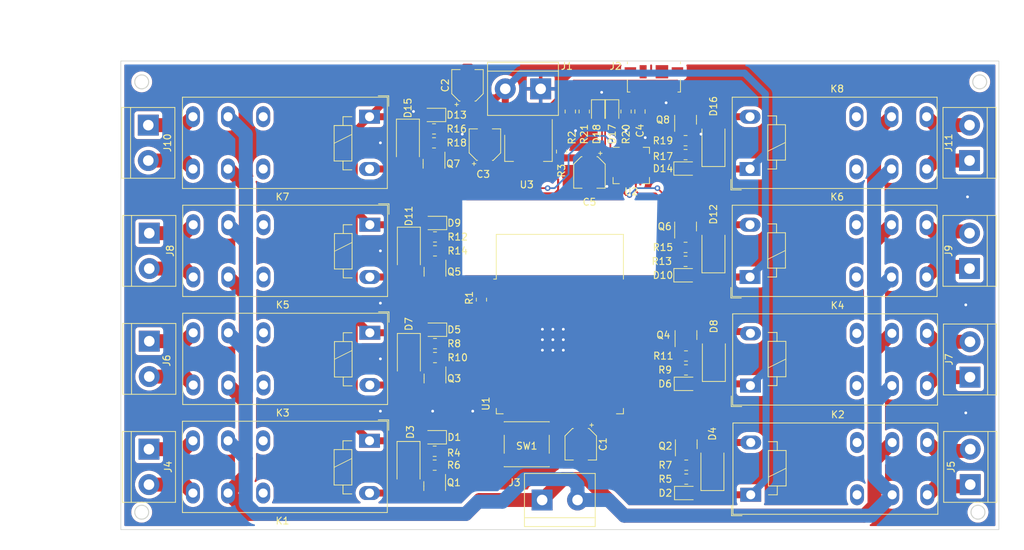
<source format=kicad_pcb>
(kicad_pcb (version 20211014) (generator pcbnew)
  (title_block (title "8 Channel Relay") (date "2022-03-20") (rev "1.0.0") (company "Matthew Nickson") (comment 1 "Licence: CC-BY-SA-4.0"))
  (layers (0 "F.Cu" signal) (31 "B.Cu" signal) (34 "B.Paste" user) (35 "F.Paste" user) (36 "B.SilkS" user "B.Silkscreen") (37 "F.SilkS" user "F.Silkscreen") (38 "B.Mask" user) (39 "F.Mask" user) (44 "Edge.Cuts" user))
  (net 0 "")
  (net 1 "/~{RST}")
  (net 2 "GND")
  (net 3 "+3V3")
  (net 4 "Net-(D1-Pad2)")
  (net 5 "Net-(D2-Pad2)")
  (net 6 "Net-(D3-Pad2)")
  (net 7 "Net-(D4-Pad2)")
  (net 8 "Net-(D5-Pad2)")
  (net 9 "Net-(D6-Pad2)")
  (net 10 "Net-(D7-Pad2)")
  (net 11 "Net-(D8-Pad2)")
  (net 12 "Net-(D9-Pad2)")
  (net 13 "Net-(D10-Pad2)")
  (net 14 "Net-(D11-Pad2)")
  (net 15 "Net-(D12-Pad2)")
  (net 16 "Net-(D13-Pad2)")
  (net 17 "Net-(D14-Pad2)")
  (net 18 "Net-(D15-Pad2)")
  (net 19 "Net-(D16-Pad2)")
  (net 21 "/USB_D-")
  (net 22 "/USB_D+")
  (net 24 "/LINE_B")
  (net 25 "/LINE_A")
  (net 26 "Net-(J4-Pad1)")
  (net 27 "Net-(J4-Pad2)")
  (net 28 "Net-(J5-Pad1)")
  (net 29 "Net-(J5-Pad2)")
  (net 30 "Net-(J6-Pad1)")
  (net 31 "Net-(J6-Pad2)")
  (net 32 "Net-(J7-Pad1)")
  (net 33 "Net-(J7-Pad2)")
  (net 34 "Net-(J8-Pad1)")
  (net 35 "Net-(J8-Pad2)")
  (net 36 "Net-(J9-Pad1)")
  (net 37 "Net-(J9-Pad2)")
  (net 38 "Net-(J10-Pad1)")
  (net 39 "Net-(J10-Pad2)")
  (net 40 "Net-(J11-Pad1)")
  (net 41 "Net-(J11-Pad2)")
  (net 58 "Net-(Q1-Pad1)")
  (net 59 "Net-(Q2-Pad1)")
  (net 60 "Net-(Q3-Pad1)")
  (net 61 "Net-(Q4-Pad1)")
  (net 62 "Net-(Q5-Pad1)")
  (net 63 "Net-(Q6-Pad1)")
  (net 64 "Net-(Q7-Pad1)")
  (net 65 "Net-(Q8-Pad1)")
  (net 66 "Net-(R2-Pad1)")
  (net 84 "/UART_RX")
  (net 85 "/UART_TX")
  (net 88 "/~{TX_LED}")
  (net 89 "/~{RX_LED}")
  (net 101 "+12V")
  (net 102 "/CHANNEL_1")
  (net 103 "/CHANNEL_5")
  (net 104 "/CHANNEL_2")
  (net 105 "/CHANNEL_6")
  (net 106 "/CHANNEL_3")
  (net 107 "/CHANNEL_7")
  (net 108 "/CHANNEL_4")
  (net 109 "/CHANNEL_8")
  (net 114 "Net-(D17-Pad1)")
  (net 115 "Net-(D18-Pad1)")
  (footprint "Resistor_SMD:R_0805_2012Metric" (layer "F.Cu") (at 141 100.345 -90)
    (fp_text reference "R1")
    (fp_text value "10K")
  )
  (footprint "Resistor_SMD:R_0805_2012Metric" (layer "F.Cu") (at 134.195 75.845 180)
    (fp_text reference "R16")
    (fp_text value "330R")
  )
  (footprint "TerminalBlock:TerminalBlock_bornier-2_P5.08mm" (layer "F.Cu") (at 211.1 111.468332 90)
    (fp_text reference "J7")
    (fp_text value "Screw_Terminal_01x02")
  )
  (footprint "Resistor_SMD:R_0805_2012Metric" (layer "F.Cu") (at 170.390625 124.095)
    (fp_text reference "R7")
    (fp_text value "1K")
  )
  (footprint "Connector_USB:USB_Micro-B_Molex_47346-0001" (layer "F.Cu") (at 165.75 68.845 180)
    (fp_text reference "J2")
    (fp_text value "USB_B_Micro")
  )
  (footprint "RF_Module:ESP32-WROOM-32" (layer "F.Cu") (at 152.25 106.845)
    (fp_text reference "U1")
    (fp_text value "ESP32-WROOM-32D")
  )
  (footprint "Resistor_SMD:R_0805_2012Metric" (layer "F.Cu") (at 155.75 73.345 -90)
    (fp_text reference "R21")
    (fp_text value "R")
  )
  (footprint "Package_TO_SOT_SMD:SOT-23" (layer "F.Cu") (at 170.290625 89.845 90)
    (fp_text reference "Q6")
    (fp_text value "BC847")
  )
  (footprint "Resistor_SMD:R_0805_2012Metric" (layer "F.Cu") (at 134.33378 91.345 180)
    (fp_text reference "R12")
    (fp_text value "330R")
  )
  (footprint "Resistor_SMD:R_0805_2012Metric" (layer "F.Cu") (at 170.290625 77.5325)
    (fp_text reference "R19")
    (fp_text value "1K")
  )
  (footprint "TerminalBlock:TerminalBlock_bornier-2_P5.08mm" (layer "F.Cu") (at 211.040625 95.885 90)
    (fp_text reference "J9")
    (fp_text value "Screw_Terminal_01x02")
  )
  (footprint "Resistor_SMD:R_0805_2012Metric" (layer "F.Cu") (at 134.195 77.845 180)
    (fp_text reference "R18")
    (fp_text value "1K")
  )
  (footprint "Package_DFN_QFN:QFN-20-1EP_5x5mm_P0.65mm_EP3.35x3.35mm" (layer "F.Cu") (at 162.5 81.095)
    (fp_text reference "U2")
    (fp_text value "MCP2200-I-MQ")
  )
  (footprint "TerminalBlock:TerminalBlock_bornier-2_P5.08mm" (layer "F.Cu") (at 93.33378 90.805 -90)
    (fp_text reference "J8")
    (fp_text value "Screw_Terminal_01x02")
  )
  (footprint "Package_TO_SOT_SMD:SOT-223-3_TabPin2" (layer "F.Cu") (at 147.75 78.595 -90)
    (fp_text reference "U3")
    (fp_text value "LM317_SOT-223")
  )
  (footprint "Relay_THT:Relay_DPDT_Schrack-RT2-FormC_RM5mm" (layer "F.Cu") (at 179.540625 81.595)
    (fp_text reference "K8")
    (fp_text value "RT42xxxx")
  )
  (footprint "Package_TO_SOT_SMD:SOT-23" (layer "F.Cu") (at 170.290625 74.5325 90)
    (fp_text reference "Q8")
    (fp_text value "BC847")
  )
  (footprint "LED_SMD:LED_0805_2012Metric" (layer "F.Cu") (at 157.75 73.345 -90)
    (fp_text reference "D18")
    (fp_text value "LED")
  )
  (footprint "Resistor_SMD:R_0805_2012Metric" (layer "F.Cu") (at 170.290625 94.845)
    (fp_text reference "R13")
    (fp_text value "330R")
  )
  (footprint "Relay_THT:Relay_DPDT_Schrack-RT2-FormC_RM5mm" (layer "F.Cu") (at 124.940625 120.595 180)
    (fp_text reference "K1")
    (fp_text value "RT42xxxx")
  )
  (footprint "Package_TO_SOT_SMD:SOT-23" (layer "F.Cu") (at 134.33378 96.345 -90)
    (fp_text reference "Q5")
    (fp_text value "BC847")
  )
  (footprint "Capacitor_SMD:C_0805_2012Metric" (layer "F.Cu") (at 163.75 73.345 90)
    (fp_text reference "C4")
    (fp_text value "100nF")
  )
  (footprint "Resistor_SMD:R_0805_2012Metric" (layer "F.Cu") (at 170.290625 92.845)
    (fp_text reference "R15")
    (fp_text value "1K")
  )
  (footprint "Resistor_SMD:R_0805_2012Metric" (layer "F.Cu") (at 170.290625 79.5325)
    (fp_text reference "R17")
    (fp_text value "330R")
  )
  (footprint "Resistor_SMD:R_0805_2012Metric" (layer "F.Cu") (at 170.35 108.428332)
    (fp_text reference "R11")
    (fp_text value "1K")
  )
  (footprint "TerminalBlock:TerminalBlock_bornier-2_P5.08mm" (layer "F.Cu") (at 93.33378 106.305 -90)
    (fp_text reference "J6")
    (fp_text value "Screw_Terminal_01x02")
  )
  (footprint "LED_SMD:LED_0805_2012Metric" (layer "F.Cu") (at 134.33378 89.345 180)
    (fp_text reference "D9")
    (fp_text value "LED")
  )
  (footprint "Button_Switch_SMD:SW_Push_1P1T_NO_6x6mm_H9.5mm" (layer "F.Cu") (at 147.5 121.095 180)
    (fp_text reference "SW1")
    (fp_text value "SW_Push")
  )
  (footprint "Capacitor_SMD:CP_Elec_4x3" (layer "F.Cu") (at 155.25 121.095 -90)
    (fp_text reference "C1")
    (fp_text value "1uF")
  )
  (footprint "Resistor_SMD:R_0805_2012Metric" (layer "F.Cu") (at 170.35 110.428332)
    (fp_text reference "R9")
    (fp_text value "330R")
  )
  (footprint "Relay_THT:Relay_DPDT_Schrack-RT2-FormC_RM5mm" (layer "F.Cu") (at 124.98378 105.095 180)
    (fp_text reference "K3")
    (fp_text value "RT42xxxx")
  )
  (footprint "TerminalBlock:TerminalBlock_bornier-2_P5.08mm" (layer "F.Cu") (at 211.040625 80.385 90)
    (fp_text reference "J11")
    (fp_text value "Screw_Terminal_01x02")
  )
  (footprint "LED_SMD:LED_0805_2012Metric" (layer "F.Cu") (at 170.35 112.428332)
    (fp_text reference "D6")
    (fp_text value "LED")
  )
  (footprint "TerminalBlock:TerminalBlock_bornier-2_P5.08mm" (layer "F.Cu") (at 93.290625 121.805 -90)
    (fp_text reference "J4")
    (fp_text value "Screw_Terminal_01x02")
  )
  (footprint "Capacitor_SMD:CP_Elec_4x3" (layer "F.Cu") (at 141.5 78.095 90)
    (fp_text reference "C3")
    (fp_text value "1uF")
  )
  (footprint "LED_SMD:LED_0805_2012Metric" (layer "F.Cu") (at 159.75 73.345 -90)
    (fp_text reference "D17")
    (fp_text value "LED")
  )
  (footprint "Resistor_SMD:R_0805_2012Metric" (layer "F.Cu") (at 134.33378 106.6575 180)
    (fp_text reference "R8")
    (fp_text value "330R")
  )
  (footprint "LED_SMD:LED_0805_2012Metric" (layer "F.Cu") (at 170.290625 96.845)
    (fp_text reference "D10")
    (fp_text value "LED")
  )
  (footprint "Relay_THT:Relay_DPDT_Schrack-RT2-FormC_RM5mm" (layer "F.Cu") (at 124.945 74.095 180)
    (fp_text reference "K7")
    (fp_text value "RT42xxxx")
  )
  (footprint "Resistor_SMD:R_0805_2012Metric" (layer "F.Cu") (at 134.290625 122.095 180)
    (fp_text reference "R4")
    (fp_text value "330R")
  )
  (footprint "LED_SMD:LED_0805_2012Metric" (layer "F.Cu") (at 170.290625 81.5325)
    (fp_text reference "D14")
    (fp_text value "LED")
  )
  (footprint "Diode_SMD:D_SMA" (layer "F.Cu") (at 174.290625 93.095 90)
    (fp_text reference "D12")
    (fp_text value "1N5819")
  )
  (footprint "Diode_SMD:D_SMA" (layer "F.Cu") (at 174.140625 124.345 90)
    (fp_text reference "D4")
    (fp_text value "1N5819")
  )
  (footprint "Package_TO_SOT_SMD:SOT-23" (layer "F.Cu") (at 170.35 105.428332 90)
    (fp_text reference "Q4")
    (fp_text value "BC847")
  )
  (footprint "Resistor_SMD:R_0805_2012Metric" (layer "F.Cu") (at 134.290625 124.095 180)
    (fp_text reference "R6")
    (fp_text value "1K")
  )
  (footprint "Diode_SMD:D_SMA" (layer "F.Cu") (at 130.58378 93.345 -90)
    (fp_text reference "D11")
    (fp_text value "1N5819")
  )
  (footprint "Diode_SMD:D_SMA" (layer "F.Cu") (at 174.290625 77.845 90)
    (fp_text reference "D16")
    (fp_text value "1N5819")
  )
  (footprint "LED_SMD:LED_0805_2012Metric" (layer "F.Cu") (at 134.33378 104.6575 180)
    (fp_text reference "D5")
    (fp_text value "LED")
  )
  (footprint "Package_TO_SOT_SMD:SOT-23" (layer "F.Cu") (at 134.195 80.845 -90)
    (fp_text reference "Q7")
    (fp_text value "BC847")
  )
  (footprint "Diode_SMD:D_SMA" (layer "F.Cu") (at 174.35 108.678332 90)
    (fp_text reference "D8")
    (fp_text value "1N5819")
  )
  (footprint "Relay_THT:Relay_DPDT_Schrack-RT2-FormC_RM5mm" (layer "F.Cu") (at 124.98378 89.595 180)
    (fp_text reference "K5")
    (fp_text value "RT42xxxx")
  )
  (footprint "TerminalBlock:TerminalBlock_bornier-2_P5.08mm" (layer "F.Cu") (at 211.140625 126.885 90)
    (fp_text reference "J5")
    (fp_text value "Screw_Terminal_01x02")
  )
  (footprint "LED_SMD:LED_0805_2012Metric" (layer "F.Cu") (at 170.390625 128.095)
    (fp_text reference "D2")
    (fp_text value "LED")
  )
  (footprint "Relay_THT:Relay_DPDT_Schrack-RT2-FormC_RM5mm" (layer "F.Cu") (at 179.640625 128.345)
    (fp_text reference "K2")
    (fp_text value "RT42xxxx")
  )
  (footprint "Diode_SMD:D_SMA" (layer "F.Cu") (at 130.540625 124.095 -90)
    (fp_text reference "D3")
    (fp_text value "1N5819")
  )
  (footprint "TerminalBlock:TerminalBlock_bornier-2_P5.08mm" (layer "F.Cu") (at 93.195 75.305 -90)
    (fp_text reference "J10")
    (fp_text value "Screw_Terminal_01x02")
  )
  (footprint "Diode_SMD:D_SMA" (layer "F.Cu") (at 130.58378 108.595 -90)
    (fp_text reference "D7")
    (fp_text value "1N5819")
  )
  (footprint "Capacitor_SMD:CP_Elec_4x3" (layer "F.Cu") (at 139 69.595 90)
    (fp_text reference "C2")
    (fp_text value "0.1uF")
  )
  (footprint "TerminalBlock:TerminalBlock_bornier-2_P5.08mm" (layer "F.Cu") (at 149.5 70.095 180)
    (fp_text reference "J1")
    (fp_text value "Screw_Terminal_01x02")
  )
  (footprint "Resistor_SMD:R_0805_2012Metric" (layer "F.Cu") (at 170.390625 126.095)
    (fp_text reference "R5")
    (fp_text value "330R")
  )
  (footprint "Relay_THT:Relay_DPDT_Schrack-RT2-FormC_RM5mm" (layer "F.Cu") (at 179.6 112.678332)
    (fp_text reference "K4")
    (fp_text value "RT42xxxx")
  )
  (footprint "Diode_SMD:D_SMA" (layer "F.Cu") (at 130.445 77.845 -90)
    (fp_text reference "D15")
    (fp_text value "1N5819")
  )
  (footprint "Package_TO_SOT_SMD:SOT-23" (layer "F.Cu") (at 170.390625 121.095 90)
    (fp_text reference "Q2")
    (fp_text value "BC847")
  )
  (footprint "Package_TO_SOT_SMD:SOT-23" (layer "F.Cu") (at 134.33378 111.6575 -90)
    (fp_text reference "Q3")
    (fp_text value "BC847")
  )
  (footprint "Relay_THT:Relay_DPDT_Schrack-RT2-FormC_RM5mm" (layer "F.Cu") (at 179.540625 97.095)
    (fp_text reference "K6")
    (fp_text value "RT42xxxx")
  )
  (footprint "Resistor_SMD:R_0805_2012Metric" (layer "F.Cu") (at 161.75 73.345 -90)
    (fp_text reference "R20")
    (fp_text value "R")
  )
  (footprint "Resistor_SMD:R_0805_2012Metric" (layer "F.Cu") (at 152.5 79.095 90)
    (fp_text reference "R3")
    (fp_text value "330R")
  )
  (footprint "Resistor_SMD:R_0805_2012Metric" (layer "F.Cu") (at 134.33378 93.345 180)
    (fp_text reference "R14")
    (fp_text value "1K")
  )
  (footprint "Capacitor_SMD:CP_Elec_4x3" (layer "F.Cu") (at 156.5 82.095 -90)
    (fp_text reference "C5")
    (fp_text value "1uF")
  )
  (footprint "Resistor_SMD:R_0805_2012Metric" (layer "F.Cu") (at 134.33378 108.6575 180)
    (fp_text reference "R10")
    (fp_text value "1K")
  )
  (footprint "LED_SMD:LED_0805_2012Metric" (layer "F.Cu") (at 134.290625 120.095 180)
    (fp_text reference "D1")
    (fp_text value "LED")
  )
  (footprint "LED_SMD:LED_0805_2012Metric" (layer "F.Cu") (at 134.195 73.845 180)
    (fp_text reference "D13")
    (fp_text value "LED")
  )
  (footprint "Package_TO_SOT_SMD:SOT-23" (layer "F.Cu") (at 134.290625 127.095 -90)
    (fp_text reference "Q1")
    (fp_text value "BC847")
  )
  (footprint "Resistor_SMD:R_0805_2012Metric" (layer "F.Cu") (at 153.75 73.345 90)
    (fp_text reference "R2")
    (fp_text value "560R")
  )
  (footprint "TerminalBlock:TerminalBlock_bornier-2_P5.08mm" (layer "F.Cu") (at 149.71 129.095)
    (fp_text reference "J3")
    (fp_text value "Screw_Terminal_01x02")
  )
  (gr_rect (start 89.25 66.095) (end 215.25 133.345) (layer "Edge.Cuts") (width 0.1) (fill none))
  (gr_circle (center 92.25 130.845) (end 93.25 130.845) (layer "Edge.Cuts") (width 0.15) (fill none))
  (gr_circle (center 212.5 69.095) (end 213.5 69.095) (layer "Edge.Cuts") (width 0.15) (fill none))
  (gr_circle (center 92.25 69.095) (end 93.25 69.095) (layer "Edge.Cuts") (width 0.15) (fill none))
  (gr_circle (center 212.25 130.845) (end 213.25 130.845) (layer "Edge.Cuts") (width 0.15) (fill none))
  (segment (start 139.453218 101.2575) (end 141 101.2575) (width 0.25) (layer "F.Cu") (net 1))
  (segment (start 160.05 79.795) (end 159.5 79.245) (width 0.25) (layer "F.Cu") (net 1))
  (segment (start 150.5 84.345) (end 138.75 84.345) (width 0.25) (layer "F.Cu") (net 1))
  (segment (start 143.525 118.845) (end 154.8 118.845) (width 0.25) (layer "F.Cu") (net 1))
  (segment (start 143.525 118.845) (end 145.25 117.12) (width 0.25) (layer "F.Cu") (net 1))
  (segment (start 154.8 118.845) (end 155.25 119.295) (width 0.25) (layer "F.Cu") (net 1))
  (segment (start 138.75 84.345) (end 137.44952 85.64548) (width 0.25) (layer "F.Cu") (net 1))
  (segment (start 159.5 79.245) (end 159.5 77.595) (width 0.25) (layer "F.Cu") (net 1))
  (segment (start 145.25 101.800978) (end 144.579022 101.13) (width 0.25) (layer "F.Cu") (net 1))
  (segment (start 145.25 117.12) (end 145.25 101.800978) (width 0.25) (layer "F.Cu") (net 1))
  (segment (start 141.1275 101.13) (end 141 101.2575) (width 0.25) (layer "F.Cu") (net 1))
  (segment (start 144.579022 101.13) (end 143.75 101.13) (width 0.25) (layer "F.Cu") (net 1))
  (segment (start 137.44952 99.253802) (end 139.453218 101.2575) (width 0.25) (layer "F.Cu") (net 1))
  (segment (start 137.44952 85.64548) (end 137.44952 99.253802) (width 0.25) (layer "F.Cu") (net 1))
  (segment (start 143.75 101.13) (end 141.1275 101.13) (width 0.25) (layer "F.Cu") (net 1))
  (via (at 159.5 77.595) (size 0.8) (drill 0.4) (layers "F.Cu" "B.Cu") (net 1))
  (via (at 150.5 84.345) (size 0.8) (drill 0.4) (layers "F.Cu" "B.Cu") (net 1))
  (segment (start 156.25 76.845) (end 153.5 79.595) (width 0.25) (layer "B.Cu") (net 1))
  (segment (start 158.75 76.845) (end 156.25 76.845) (width 0.25) (layer "B.Cu") (net 1))
  (segment (start 151.5 84.345) (end 150.5 84.345) (width 0.25) (layer "B.Cu") (net 1))
  (segment (start 153.5 82.345) (end 151.5 84.345) (width 0.25) (layer "B.Cu") (net 1))
  (segment (start 153.5 79.595) (end 153.5 82.345) (width 0.25) (layer "B.Cu") (net 1))
  (segment (start 159.5 77.595) (end 158.75 76.845) (width 0.25) (layer "B.Cu") (net 1))
  (segment (start 164.384994 77.095) (end 164.5 77.095) (width 0.25) (layer "F.Cu") (net 2))
  (segment (start 163.15 78.645) (end 163.15 78.329994) (width 0.25) (layer "F.Cu") (net 2))
  (segment (start 163.15 78.329994) (end 164.384994 77.095) (width 0.25) (layer "F.Cu") (net 2))
  (segment (start 163.75 71.005) (end 164.45 70.305) (width 0.25) (layer "F.Cu") (net 2))
  (segment (start 168.2375 71.3575) (end 168.2375 70.22) (width 0.25) (layer "F.Cu") (net 2))
  (segment (start 171.375 75.47) (end 172.5 76.595) (width 0.25) (layer "F.Cu") (net 2))
  (segment (start 167.5 72.095) (end 168.2375 71.3575) (width 0.25) (layer "F.Cu") (net 2))
  (segment (start 171.240625 75.47) (end 171.375 75.47) (width 0.25) (layer "F.Cu") (net 2))
  (segment (start 163.75 72.395) (end 163.75 71.005) (width 0.25) (layer "F.Cu") (net 2))
  (via (at 126.5 77.845) (size 0.8) (drill 0.4) (layers "F.Cu" "B.Cu") (net 2))
  (via (at 151.25 106.095) (size 0.8) (drill 0.4) (layers "F.Cu" "B.Cu") (net 2))
  (via (at 152.75 107.595) (size 0.8) (drill 0.4) (layers "F.Cu" "B.Cu") (net 2))
  (via (at 159 84.095) (size 0.8) (drill 0.4) (layers "F.Cu" "B.Cu") (net 2))
  (via (at 138.25 76.595) (size 0.8) (drill 0.4) (layers "F.Cu" "B.Cu") (net 2))
  (via (at 131.25 73.345) (size 0.8) (drill 0.4) (layers "F.Cu" "B.Cu") (net 2))
  (via (at 126.5 116.345) (size 0.8) (drill 0.4) (layers "F.Cu" "B.Cu") (net 2))
  (via (at 154.5 76.095) (size 0.8) (drill 0.4) (layers "F.Cu" "B.Cu") (net 2))
  (via (at 152.75 106.095) (size 0.8) (drill 0.4) (layers "F.Cu" "B.Cu") (net 2))
  (via (at 126.5 108.845) (size 0.8) (drill 0.4) (layers "F.Cu" "B.Cu") (net 2))
  (via (at 152.75 104.595) (size 0.8) (drill 0.4) (layers "F.Cu" "B.Cu") (net 2))
  (via (at 210.75 85.595) (size 0.8) (drill 0.4) (layers "F.Cu" "B.Cu") (net 2))
  (via (at 151.25 107.595) (size 0.8) (drill 0.4) (layers "F.Cu" "B.Cu") (net 2))
  (via (at 151.25 104.595) (size 0.8) (drill 0.4) (layers "F.Cu" "B.Cu") (net 2))
  (via (at 210.5 101.095) (size 0.8) (drill 0.4) (layers "F.Cu" "B.Cu") (net 2))
  (via (at 161.75 76.095) (size 0.8) (drill 0.4) (layers "F.Cu" "B.Cu") (net 2))
  (via (at 126.5 100.845) (size 0.8) (drill 0.4) (layers "F.Cu" "B.Cu") (net 2))
  (via (at 149.75 107.595) (size 0.8) (drill 0.4) (layers "F.Cu" "B.Cu") (net 2))
  (via (at 149.75 104.595) (size 0.8) (drill 0.4) (layers "F.Cu" "B.Cu") (net 2))
  (via (at 149.75 106.095) (size 0.8) (drill 0.4) (layers "F.Cu" "B.Cu") (net 2))
  (via (at 158.25 70.595) (size 0.8) (drill 0.4) (layers "F.Cu" "B.Cu") (net 2))
  (via (at 134 116.345) (size 0.8) (drill 0.4) (layers "F.Cu" "B.Cu") (net 2))
  (via (at 210.5 116.595) (size 0.8) (drill 0.4) (layers "F.Cu" "B.Cu") (net 2))
  (via (at 164.5 77.095) (size 0.8) (drill 0.4) (layers "F.Cu" "B.Cu") (net 2))
  (via (at 139.75 116.345) (size 0.8) (drill 0.4) (layers "F.Cu" "B.Cu") (net 2))
  (via (at 172.5 76.595) (size 0.8) (drill 0.4) (layers "F.Cu" "B.Cu") (net 2))
  (via (at 167.5 72.095) (size 0.8) (drill 0.4) (layers "F.Cu" "B.Cu") (net 2))
  (via (at 126.5 93.345) (size 0.8) (drill 0.4) (layers "F.Cu" "B.Cu") (net 2))
  (segment (start 147.75 75.445) (end 149.90048 73.29452) (width 0.3) (layer "F.Cu") (net 3))
  (segment (start 151.5 85.095) (end 138.671072 85.095) (width 0.3) (layer "F.Cu") (net 3))
  (segment (start 141.4275 99.86) (end 141 99.4325) (width 0.3) (layer "F.Cu") (net 3))
  (segment (start 137.92404 85.842032) (end 137.92404 97.345) (width 0.3) (layer "F.Cu") (net 3))
  (segment (start 167.25 73.595) (end 167.25 79.095) (width 0.3) (layer "F.Cu") (net 3))
  (segment (start 152 83.095) (end 152 84.595) (width 0.3) (layer "F.Cu") (net 3))
  (segment (start 156.2125 80.0075) (end 156.5 80.295) (width 1) (layer "F.Cu") (net 3))
  (segment (start 147.75 81.745) (end 143.35 81.745) (width 1) (layer "F.Cu") (net 3))
  (segment (start 152 84.595) (end 151.5 85.095) (width 0.3) (layer "F.Cu") (net 3))
  (segment (start 143.75 99.86) (end 141.4275 99.86) (width 0.3) (layer "F.Cu") (net 3))
  (segment (start 165.9 80.445) (end 164.95 80.445) (width 0.3) (layer "F.Cu") (net 3))
  (segment (start 143.35 81.745) (end 141.5 79.895) (width 1) (layer "F.Cu") (net 3))
  (segment (start 167.25 79.095) (end 165.9 80.445) (width 0.3) (layer "F.Cu") (net 3))
  (segment (start 154.250489 68.944511) (end 169.099511 68.944511) (width 0.3) (layer "F.Cu") (net 3))
  (segment (start 169.099511 68.944511) (end 169.75 69.595) (width 0.3) (layer "F.Cu") (net 3))
  (segment (start 149.90048 73.29452) (end 154.250489 68.944511) (width 0.3) (layer "F.Cu") (net 3))
  (segment (start 140.01154 99.4325) (end 141 99.4325) (width 0.3) (layer "F.Cu") (net 3))
  (segment (start 152.5 80.0075) (end 156.2125 80.0075) (width 1) (layer "F.Cu") (net 3))
  (segment (start 162.74952 73.29452) (end 163.75 74.295) (width 0.3) (layer "F.Cu") (net 3))
  (segment (start 149.90048 73.29452) (end 162.74952 73.29452) (width 0.3) (layer "F.Cu") (net 3))
  (segment (start 163.75 77.044639) (end 162.5 78.294639) (width 0.3) (layer "F.Cu") (net 3))
  (segment (start 138.671072 85.095) (end 137.92404 85.842032) (width 0.3) (layer "F.Cu") (net 3))
  (segment (start 150.7625 81.745) (end 147.75 81.745) (width 1) (layer "F.Cu") (net 3))
  (segment (start 147.75 81.745) (end 147.75 75.445) (width 1) (layer "F.Cu") (net 3))
  (segment (start 137.92404 97.345) (end 140.01154 99.4325) (width 0.3) (layer "F.Cu") (net 3))
  (segment (start 169.75 71.095) (end 167.25 73.595) (width 0.3) (layer "F.Cu") (net 3))
  (segment (start 147.75 81.745) (end 150.65 81.745) (width 1) (layer "F.Cu") (net 3))
  (segment (start 163.75 74.295) (end 163.75 77.044639) (width 0.3) (layer "F.Cu") (net 3))
  (segment (start 169.75 69.595) (end 169.75 71.095) (width 0.3) (layer "F.Cu") (net 3))
  (segment (start 162.5 78.294639) (end 162.5 78.645) (width 0.3) (layer "F.Cu") (net 3))
  (segment (start 150.65 81.745) (end 152 83.095) (width 0.3) (layer "F.Cu") (net 3))
  (segment (start 152.5 80.0075) (end 150.7625 81.745) (width 1) (layer "F.Cu") (net 3))
  (segment (start 133.378125 120.1825) (end 133.290625 120.095) (width 0.25) (layer "F.Cu") (net 4))
  (segment (start 133.378125 122.095) (end 133.378125 120.1825) (width 0.25) (layer "F.Cu") (net 4))
  (segment (start 171.303125 128.07) (end 171.328125 128.095) (width 0.25) (layer "F.Cu") (net 5))
  (segment (start 171.303125 126.095) (end 171.303125 128.07) (width 0.25) (layer "F.Cu") (net 5))
  (segment (start 130.540625 126.095) (end 132.478125 128.0325) (width 0.3) (layer "F.Cu") (net 6))
  (segment (start 132.478125 128.0325) (end 134.290625 128.0325) (width 0.3) (layer "F.Cu") (net 6))
  (segment (start 128.540625 128.095) (end 130.540625 126.095) (width 1) (layer "F.Cu") (net 6))
  (segment (start 124.940625 128.095) (end 128.540625 128.095) (width 1) (layer "F.Cu") (net 6))
  (segment (start 175.640625 120.845) (end 174.140625 122.345) (width 1) (layer "F.Cu") (net 7))
  (segment (start 171.953125 120.1575) (end 174.140625 122.345) (width 0.3) (layer "F.Cu") (net 7))
  (segment (start 170.390625 120.1575) (end 171.953125 120.1575) (width 0.3) (layer "F.Cu") (net 7))
  (segment (start 179.740625 120.845) (end 175.640625 120.845) (width 1) (layer "F.Cu") (net 7))
  (segment (start 133.42128 104.6825) (end 133.39628 104.6575) (width 0.25) (layer "F.Cu") (net 8))
  (segment (start 133.42128 106.6575) (end 133.42128 104.6825) (width 0.25) (layer "F.Cu") (net 8))
  (segment (start 171.2875 112.428332) (end 171.2875 110.453332) (width 0.25) (layer "F.Cu") (net 9))
  (segment (start 171.2875 110.453332) (end 171.2625 110.428332) (width 0.25) (layer "F.Cu") (net 9))
  (segment (start 134.33378 112.595) (end 132.58378 112.595) (width 0.3) (layer "F.Cu") (net 10))
  (segment (start 124.98378 112.595) (end 128.58378 112.595) (width 1) (layer "F.Cu") (net 10))
  (segment (start 128.58378 112.595) (end 130.58378 110.595) (width 1) (layer "F.Cu") (net 10))
  (segment (start 132.58378 112.595) (end 130.58378 110.595) (width 0.3) (layer "F.Cu") (net 10))
  (segment (start 180.2 104.928332) (end 176.1 104.928332) (width 1) (layer "F.Cu") (net 11))
  (segment (start 170.35 104.490832) (end 172.1625 104.490832) (width 0.3) (layer "F.Cu") (net 11))
  (segment (start 176.1 104.928332) (end 174.35 106.678332) (width 1) (layer "F.Cu") (net 11))
  (segment (start 172.1625 104.490832) (end 174.35 106.678332) (width 0.3) (layer "F.Cu") (net 11))
  (segment (start 133.42128 89.37) (end 133.39628 89.345) (width 0.25) (layer "F.Cu") (net 12))
  (segment (start 133.42128 91.345) (end 133.42128 89.37) (width 0.25) (layer "F.Cu") (net 12))
  (segment (start 171.228125 94.87) (end 171.203125 94.845) (width 0.25) (layer "F.Cu") (net 13))
  (segment (start 171.228125 96.845) (end 171.228125 94.87) (width 0.25) (layer "F.Cu") (net 13))
  (segment (start 128.83378 97.095) (end 130.58378 95.345) (width 1) (layer "F.Cu") (net 14))
  (segment (start 124.98378 97.095) (end 128.83378 97.095) (width 1) (layer "F.Cu") (net 14))
  (segment (start 134.33378 97.2825) (end 132.52128 97.2825) (width 0.3) (layer "F.Cu") (net 14))
  (segment (start 132.52128 97.2825) (end 130.58378 95.345) (width 0.3) (layer "F.Cu") (net 14))
  (segment (start 175.790625 89.595) (end 174.290625 91.095) (width 1) (layer "F.Cu") (net 15))
  (segment (start 170.290625 88.9075) (end 172.103125 88.9075) (width 0.3) (layer "F.Cu") (net 15))
  (segment (start 179.540625 89.595) (end 175.790625 89.595) (width 1) (layer "F.Cu") (net 15))
  (segment (start 172.103125 88.9075) (end 174.290625 91.095) (width 0.3) (layer "F.Cu") (net 15))
  (segment (start 133.2825 75.845) (end 133.2825 73.87) (width 0.25) (layer "F.Cu") (net 16))
  (segment (start 133.2825 73.87) (end 133.2575 73.845) (width 0.25) (layer "F.Cu") (net 16))
  (segment (start 171.228125 81.5325) (end 171.228125 79.5575) (width 0.25) (layer "F.Cu") (net 17))
  (segment (start 171.228125 79.5575) (end 171.203125 79.5325) (width 0.25) (layer "F.Cu") (net 17))
  (segment (start 124.945 81.595) (end 128.695 81.595) (width 1) (layer "F.Cu") (net 18))
  (segment (start 128.695 81.595) (end 130.445 79.845) (width 1) (layer "F.Cu") (net 18))
  (segment (start 132.3825 81.7825) (end 130.445 79.845) (width 0.3) (layer "F.Cu") (net 18))
  (segment (start 134.195 81.7825) (end 132.3825 81.7825) (width 0.3) (layer "F.Cu") (net 18))
  (segment (start 170.290625 73.595) (end 170.809552 73.595) (width 0.3) (layer "F.Cu") (net 19))
  (segment (start 170.809552 73.595) (end 173.059552 75.845) (width 0.3) (layer "F.Cu") (net 19))
  (segment (start 179.540625 74.095) (end 176.040625 74.095) (width 1) (layer "F.Cu") (net 19))
  (segment (start 176.040625 74.095) (end 174.290625 75.845) (width 1) (layer "F.Cu") (net 19))
  (segment (start 173.059552 75.845) (end 174.290625 75.845) (width 0.3) (layer "F.Cu") (net 19))
  (segment (start 166.3 77.613199) (end 164.95 78.963199) (width 0.2) (layer "F.Cu") (net 21))
  (segment (start 166.4 70.305) (end 166.4 71.340001) (width 0.2) (layer "F.Cu") (net 21))
  (segment (start 166.3 71.440001) (end 166.3 77.613199) (width 0.2) (layer "F.Cu") (net 21))
  (segment (start 166.4 71.340001) (end 166.3 71.440001) (width 0.2) (layer "F.Cu") (net 21))
  (segment (start 164.95 78.963199) (end 164.95 79.795) (width 0.2) (layer "F.Cu") (net 21))
  (segment (start 165.670959 72.57404) (end 165.67096 72.57404) (width 0.2) (layer "F.Cu") (net 22))
  (segment (start 165.67096 72.17404) (end 165.670959 72.17404) (width 0.2) (layer "F.Cu") (net 22))
  (segment (start 165.75 70.305) (end 165.75 71.340001) (width 0.2) (layer "F.Cu") (net 22))
  (segment (start 165.85 72.795) (end 165.85 77.426801) (width 0.2) (layer "F.Cu") (net 22))
  (segment (start 165.75 71.340001) (end 165.85 71.440001) (width 0.2) (layer "F.Cu") (net 22))
  (segment (start 164.631801 78.645) (end 163.8 78.645) (width 0.2) (layer "F.Cu") (net 22))
  (segment (start 165.85 77.426801) (end 164.631801 78.645) (width 0.2) (layer "F.Cu") (net 22))
  (segment (start 165.491919 72.35308) (end 165.491919 72.395) (width 0.2) (layer "F.Cu") (net 22))
  (segment (start 165.85 72.75308) (end 165.85 72.795) (width 0.2) (layer "F.Cu") (net 22))
  (segment (start 165.85 71.440001) (end 165.85 71.995) (width 0.2) (layer "F.Cu") (net 22))
  (arc (start 165.491919 72.395) (mid 165.544359 72.5216) (end 165.670959 72.57404) (width 0.2) (layer "F.Cu") (net 22))
  (arc (start 165.67096 72.57404) (mid 165.79756 72.62648) (end 165.85 72.75308) (width 0.2) (layer "F.Cu") (net 22))
  (arc (start 165.85 71.995) (mid 165.79756 72.1216) (end 165.67096 72.17404) (width 0.2) (layer "F.Cu") (net 22))
  (arc (start 165.670959 72.17404) (mid 165.544359 72.22648) (end 165.491919 72.35308) (width 0.2) (layer "F.Cu") (net 22))
  (segment (start 197.400145 98.689375) (end 197.341105 98.630335) (width 2) (layer "F.Cu") (net 24))
  (segment (start 197.400145 107.678187) (end 199.9 105.178332) (width 2) (layer "F.Cu") (net 24))
  (segment (start 197.341105 98.630335) (end 197.341105 92.09452) (width 2) (layer "F.Cu") (net 24))
  (segment (start 149.71 129.095) (end 140.75 129.095) (width 2) (layer "F.Cu") (net 24))
  (segment (start 197.341105 92.09452) (end 199.840625 89.595) (width 2) (layer "F.Cu") (net 24))
  (segment (start 107.1833 115.00821) (end 107.1833 99.59452) (width 2) (layer "F.Cu") (net 24))
  (segment (start 197.400145 129.880335) (end 197.400145 123.38548) (width 2) (layer "F.Cu") (net 24))
  (segment (start 149.71 129.095) (end 152.709511 126.095489) (width 2) (layer "F.Cu") (net 24))
  (segment (start 197.400145 123.38548) (end 197.400145 107.678187) (width 2) (layer "F.Cu") (net 24))
  (segment (start 197.400145 123.38548) (end 199.940625 120.845) (width 2) (layer "F.Cu") (net 24))
  (segment (start 107.1833 99.59452) (end 104.68378 97.095) (width 2) (layer "F.Cu") (net 24))
  (segment (start 107.640145 131.09452) (end 104.640625 128.095) (width 2) (layer "F.Cu") (net 24))
  (segment (start 156.250489 126.095489) (end 161.49952 131.34452) (width 2) (layer "F.Cu") (net 24))
  (segment (start 104.640625 128.095) (end 107.140145 125.59548) (width 2) (layer "F.Cu") (net 24))
  (segment (start 152.709511 126.095489) (end 156.250489 126.095489) (width 2) (layer "F.Cu") (net 24))
  (segment (start 138.75048 131.09452) (end 107.640145 131.09452) (width 2) (layer "F.Cu") (net 24))
  (segment (start 195.93596 131.34452) (end 197.400145 129.880335) (width 2) (layer "F.Cu") (net 24))
  (segment (start 140.75 129.095) (end 138.75048 131.09452) (width 2) (layer "F.Cu") (net 24))
  (segment (start 161.49952 131.34452) (end 195.93596 131.34452) (width 2) (layer "F.Cu") (net 24))
  (segment (start 107.140145 115.051365) (end 104.68378 112.595) (width 2) (layer "F.Cu") (net 24))
  (segment (start 197.341105 92.09452) (end 197.341105 76.59452) (width 2) (layer "F.Cu") (net 24))
  (segment (start 197.341105 76.59452) (end 199.840625 74.095) (width 2) (layer "F.Cu") (net 24))
  (segment (start 107.140145 115.051365) (end 107.1833 115.00821) (width 2) (layer "F.Cu") (net 24))
  (segment (start 107.1833 99.59452) (end 107.1833 83.99452) (width 2) (layer "F.Cu") (net 24))
  (segment (start 197.400145 107.678187) (end 197.400145 98.689375) (width 2) (layer "F.Cu") (net 24))
  (segment (start 107.140145 125.59548) (end 107.140145 115.051365) (width 2) (layer "F.Cu") (net 24))
  (segment (start 107.1833 83.99452) (end 104.78378 81.595) (width 2) (layer "F.Cu") (net 24))
  (segment (start 154.79 126.97368) (end 153.911809 126.095489) (width 2) (layer "B.Cu") (net 25))
  (segment (start 107.18548 83.150595) (end 107.18548 76.63548) (width 2) (layer "B.Cu") (net 25))
  (segment (start 199.940625 128.345) (end 197.441105 125.84548) (width 2) (layer "B.Cu") (net 25))
  (segment (start 107.18548 76.63548) (end 104.645 74.095) (width 2) (layer "B.Cu") (net 25))
  (segment (start 197.441105 115.137227) (end 197.40048 115.096602) (width 2) (layer "B.Cu") (net 25))
  (segment (start 144 129.345) (end 140.5 129.345) (width 2) (layer "B.Cu") (net 25))
  (segment (start 154.79 129.095) (end 159.25 129.095) (width 2) (layer "B.Cu") (net 25))
  (segment (start 161.49952 131.34452) (end 196.941105 131.34452) (width 2) (layer "B.Cu") (net 25))
  (segment (start 159.25 129.095) (end 161.49952 131.34452) (width 2) (layer "B.Cu") (net 25))
  (segment (start 107.22426 107.63548) (end 104.68378 105.095) (width 2) (layer "B.Cu") (net 25))
  (segment (start 107.181105 123.13548) (end 107.181105 113.388155) (width 2) (layer "B.Cu") (net 25))
  (segment (start 107.22426 107.63548) (end 107.22426 92.13548) (width 2) (layer "B.Cu") (net 25))
  (segment (start 107.22426 92.13548) (end 104.68378 89.595) (width 2) (layer "B.Cu") (net 25))
  (segment (start 147.249511 126.095489) (end 144 129.345) (width 2) (layer "B.Cu") (net 25))
  (segment (start 138.75 131.095) (end 108.64577 131.095) (width 2) (layer "B.Cu") (net 25))
  (segment (start 197.40048 99.535145) (end 199.840625 97.095) (width 2) (layer "B.Cu") (net 25))
  (segment (start 154.79 129.095) (end 154.79 126.97368) (width 2) (layer "B.Cu") (net 25))
  (segment (start 197.40048 115.096602) (end 197.40048 99.535145) (width 2) (layer "B.Cu") (net 25))
  (segment (start 140.5 129.345) (end 138.75 131.095) (width 2) (layer "B.Cu") (net 25))
  (segment (start 107.22426 92.13548) (end 107.22426 83.189375) (width 2) (layer "B.Cu") (net 25))
  (segment (start 197.40048 99.535145) (end 197.341105 99.47577) (width 2) (layer "B.Cu") (net 25))
  (segment (start 107.181105 123.13548) (end 104.640625 120.595) (width 2) (layer "B.Cu") (net 25))
  (segment (start 107.22426 113.345) (end 107.22426 107.63548) (width 2) (layer "B.Cu") (net 25))
  (segment (start 107.181105 129.630335) (end 107.181105 123.13548) (width 2) (layer "B.Cu") (net 25))
  (segment (start 108.64577 131.095) (end 107.181105 129.630335) (width 2) (layer "B.Cu") (net 25))
  (segment (start 107.22426 83.189375) (end 107.18548 83.150595) (width 2) (layer "B.Cu") (net 25))
  (segment (start 197.341105 84.09452) (end 199.840625 81.595) (width 2) (layer "B.Cu") (net 25))
  (segment (start 197.441105 125.84548) (end 197.441105 115.137227) (width 2) (layer "B.Cu") (net 25))
  (segment (start 107.181105 113.388155) (end 107.22426 113.345) (width 2) (layer "B.Cu") (net 25))
  (segment (start 153.911809 126.095489) (end 147.249511 126.095489) (width 2) (layer "B.Cu") (net 25))
  (segment (start 196.941105 131.34452) (end 199.940625 128.345) (width 2) (layer "B.Cu") (net 25))
  (segment (start 197.441105 115.137227) (end 199.9 112.678332) (width 2) (layer "B.Cu") (net 25))
  (segment (start 197.341105 99.47577) (end 197.341105 84.09452) (width 2) (layer "B.Cu") (net 25))
  (segment (start 93.290625 121.805) (end 98.390625 121.805) (width 2) (layer "F.Cu") (net 26))
  (segment (start 98.390625 121.805) (end 99.600625 120.595) (width 2) (layer "F.Cu") (net 26))
  (segment (start 98.390625 126.885) (end 99.600625 128.095) (width 2) (layer "F.Cu") (net 27))
  (segment (start 93.290625 126.885) (end 98.390625 126.885) (width 2) (layer "F.Cu") (net 27))
  (segment (start 206.290625 127.135) (end 205.080625 128.345) (width 2) (layer "F.Cu") (net 28))
  (segment (start 211.390625 127.135) (end 206.290625 127.135) (width 2) (layer "F.Cu") (net 28))
  (segment (start 211.390625 122.055) (end 206.290625 122.055) (width 2) (layer "F.Cu") (net 29))
  (segment (start 206.290625 122.055) (end 205.080625 120.845) (width 2) (layer "F.Cu") (net 29))
  (segment (start 93.33378 106.305) (end 98.43378 106.305) (width 2) (layer "F.Cu") (net 30))
  (segment (start 98.43378 106.305) (end 99.64378 105.095) (width 2) (layer "F.Cu") (net 30))
  (segment (start 93.33378 111.385) (end 98.43378 111.385) (width 2) (layer "F.Cu") (net 31))
  (segment (start 98.43378 111.385) (end 99.64378 112.595) (width 2) (layer "F.Cu") (net 31))
  (segment (start 206.15 111.468332) (end 204.94 112.678332) (width 2) (layer "F.Cu") (net 32))
  (segment (start 211.1 111.468332) (end 206.15 111.468332) (width 2) (layer "F.Cu") (net 32))
  (segment (start 211.1 106.388332) (end 206.15 106.388332) (width 2) (layer "F.Cu") (net 33))
  (segment (start 206.15 106.388332) (end 204.94 105.178332) (width 2) (layer "F.Cu") (net 33))
  (segment (start 98.43378 90.805) (end 99.64378 89.595) (width 2) (layer "F.Cu") (net 34))
  (segment (start 93.33378 90.805) (end 98.43378 90.805) (width 2) (layer "F.Cu") (net 34))
  (segment (start 98.43378 95.885) (end 99.64378 97.095) (width 2) (layer "F.Cu") (net 35))
  (segment (start 93.33378 95.885) (end 98.43378 95.885) (width 2) (layer "F.Cu") (net 35))
  (segment (start 211.040625 95.635) (end 206.340625 95.635) (width 2) (layer "F.Cu") (net 36))
  (segment (start 206.340625 95.635) (end 204.880625 97.095) (width 2) (layer "F.Cu") (net 36))
  (segment (start 211.040625 90.555) (end 205.840625 90.555) (width 2) (layer "F.Cu") (net 37))
  (segment (start 205.840625 90.555) (end 204.880625 89.595) (width 2) (layer "F.Cu") (net 37))
  (segment (start 98.395 75.305) (end 99.605 74.095) (width 2) (layer "F.Cu") (net 38))
  (segment (start 93.195 75.305) (end 98.395 75.305) (width 2) (layer "F.Cu") (net 38))
  (segment (start 93.195 80.385) (end 98.395 80.385) (width 2) (layer "F.Cu") (net 39))
  (segment (start 98.395 80.385) (end 99.605 81.595) (width 2) (layer "F.Cu") (net 39))
  (segment (start 211.040625 80.385) (end 206.090625 80.385) (width 2) (layer "F.Cu") (net 40))
  (segment (start 206.090625 80.385) (end 204.880625 81.595) (width 2) (layer "F.Cu") (net 40))
  (segment (start 211.040625 75.305) (end 206.090625 75.305) (width 2) (layer "F.Cu") (net 41))
  (segment (start 206.090625 75.305) (end 204.880625 74.095) (width 2) (layer "F.Cu") (net 41))
  (segment (start 133.378125 124.095) (end 133.378125 124.295) (width 0.25) (layer "F.Cu") (net 58))
  (segment (start 133.378125 124.295) (end 135.240625 126.1575) (width 0.25) (layer "F.Cu") (net 58))
  (segment (start 169.440625 122.2325) (end 171.303125 124.095) (width 0.25) (layer "F.Cu") (net 59))
  (segment (start 169.440625 122.0325) (end 169.440625 122.2325) (width 0.25) (layer "F.Cu") (net 59))
  (segment (start 135.28378 110.72) (end 135.28378 110.52) (width 0.25) (layer "F.Cu") (net 60))
  (segment (start 135.28378 110.52) (end 133.42128 108.6575) (width 0.25) (layer "F.Cu") (net 60))
  (segment (start 171.2625 108.428332) (end 171.2625 108.228332) (width 0.25) (layer "F.Cu") (net 61))
  (segment (start 171.2625 108.228332) (end 169.4 106.365832) (width 0.25) (layer "F.Cu") (net 61))
  (segment (start 135.28378 95.4075) (end 135.28378 95.2075) (width 0.25) (layer "F.Cu") (net 62))
  (segment (start 135.28378 95.2075) (end 133.42128 93.345) (width 0.25) (layer "F.Cu") (net 62))
  (segment (start 171.203125 92.645) (end 169.340625 90.7825) (width 0.25) (layer "F.Cu") (net 63))
  (segment (start 171.203125 92.845) (end 171.203125 92.645) (width 0.25) (layer "F.Cu") (net 63))
  (segment (start 135.145 79.9075) (end 135.145 79.7075) (width 0.25) (layer "F.Cu") (net 64))
  (segment (start 135.145 79.7075) (end 133.2825 77.845) (width 0.25) (layer "F.Cu") (net 64))
  (segment (start 171.203125 77.5325) (end 171.203125 77.3325) (width 0.25) (layer "F.Cu") (net 65))
  (segment (start 171.203125 77.3325) (end 169.340625 75.47) (width 0.25) (layer "F.Cu") (net 65))
  (segment (start 152.5625 75.445) (end 150.05 75.445) (width 1) (layer "F.Cu") (net 66))
  (segment (start 152.5625 75.445) (end 152.5625 78.12) (width 1) (layer "F.Cu") (net 66))
  (segment (start 152.5625 78.12) (end 152.5 78.1825) (width 0.25) (layer "F.Cu") (net 66))
  (segment (start 153.75 74.2575) (end 152.5625 75.445) (width 1) (layer "F.Cu") (net 66))
  (segment (start 161.75 85.345) (end 161.5 85.095) (width 0.25) (layer "F.Cu") (net 84))
  (segment (start 166.94952 98.14548) (end 166.94952 85.04452) (width 0.25) (layer "F.Cu") (net 84))
  (segment (start 162.25 85.345) (end 161.75 85.345) (width 0.25) (layer "F.Cu") (net 84))
  (segment (start 161.425 103.67) (end 166.94952 98.14548) (width 0.25) (layer "F.Cu") (net 84))
  (segment (start 161.85 83.995) (end 161.85 83.545) (width 0.25) (layer "F.Cu") (net 84))
  (segment (start 161.5 85.095) (end 161.5 84.345) (width 0.25) (layer "F.Cu") (net 84))
  (segment (start 166.94952 85.04452) (end 166.25 84.345) (width 0.25) (layer "F.Cu") (net 84))
  (segment (start 160.75 103.67) (end 161.425 103.67) (width 0.25) (layer "F.Cu") (net 84))
  (segment (start 161.5 84.345) (end 161.85 83.995) (width 0.25) (layer "F.Cu") (net 84))
  (via (at 162.25 85.345) (size 0.8) (drill 0.4) (layers "F.Cu" "B.Cu") (net 84))
  (via (at 166.25 84.345) (size 0.8) (drill 0.4) (layers "F.Cu" "B.Cu") (net 84))
  (segment (start 166.25 84.345) (end 163.25 84.345) (width 0.25) (layer "B.Cu") (net 84))
  (segment (start 163.25 84.345) (end 162.25 85.345) (width 0.25) (layer "B.Cu") (net 84))
  (segment (start 164.82309 99.152646) (end 164.328116 98.657672) (width 0.25) (layer "F.Cu") (net 85))
  (segment (start 163.5 85.095) (end 163.15 84.745) (width 0.25) (layer "F.Cu") (net 85))
  (segment (start 165.671621 98.728382) (end 165.67162 98.728381) (width 0.25) (layer "F.Cu") (net 85))
  (segment (start 163.903852 99.081938) (end 163.903852 99.081937) (width 0.25) (layer "F.Cu") (net 85))
  (segment (start 163.055322 99.930468) (end 163.055322 99.930467) (width 0.25) (layer "F.Cu") (net 85))
  (segment (start 166 85.095) (end 163.5 85.095) (width 0.25) (layer "F.Cu") (net 85))
  (segment (start 165.777685 98.622315) (end 166.5 97.9) (width 0.25) (layer "F.Cu") (net 85))
  (segment (start 163.97456 100.425441) (end 163.97456 100.42544) (width 0.25) (layer "F.Cu") (net 85))
  (segment (start 163.974561 100.425442) (end 163.97456 100.425441) (width 0.25) (layer "F.Cu") (net 85))
  (segment (start 162.171435 101.167905) (end 162.171434 101.167906) (width 0.25) (layer "F.Cu") (net 85))
  (segment (start 164.82309 99.576911) (end 164.82309 99.57691) (width 0.25) (layer "F.Cu") (net 85))
  (segment (start 166.5 97.9) (end 166.5 85.595) (width 0.25) (layer "F.Cu") (net 85))
  (segment (start 163.126032 101.273971) (end 163.126031 101.273972) (width 0.25) (layer "F.Cu") (net 85))
  (segment (start 163.12603 100.849706) (end 162.631056 100.354732) (width 0.25) (layer "F.Cu") (net 85))
  (segment (start 162 102.4) (end 162.2775 102.1225) (width 0.25) (layer "F.Cu") (net 85))
  (segment (start 164.752382 98.233407) (end 165.247357 98.728382) (width 0.25) (layer "F.Cu") (net 85))
  (segment (start 163.97456 100.001176) (end 163.479586 99.506202) (width 0.25) (layer "F.Cu") (net 85))
  (segment (start 160.75 102.4) (end 162 102.4) (width 0.25) (layer "F.Cu") (net 85))
  (segment (start 163.055322 99.930467) (end 163.550297 100.425442) (width 0.25) (layer "F.Cu") (net 85))
  (segment (start 163.903852 99.081937) (end 164.398827 99.576912) (width 0.25) (layer "F.Cu") (net 85))
  (segment (start 163.15 84.745) (end 163.15 83.545) (width 0.25) (layer "F.Cu") (net 85))
  (segment (start 162.5957 101.167905) (end 162.701767 101.273972) (width 0.25) (layer "F.Cu") (net 85))
  (segment (start 165.67162 98.728381) (end 165.777685 98.622315) (width 0.25) (layer "F.Cu") (net 85))
  (segment (start 163.126031 101.273972) (end 163.12603 101.27397) (width 0.25) (layer "F.Cu") (net 85))
  (segment (start 164.752382 98.233408) (end 164.752382 98.233407) (width 0.25) (layer "F.Cu") (net 85))
  (segment (start 162.2775 101.698236) (end 162.171434 101.59217) (width 0.25) (layer "F.Cu") (net 85))
  (segment (start 166.5 85.595) (end 166 85.095) (width 0.25) (layer "F.Cu") (net 85))
  (segment (start 162.5957 101.167906) (end 162.5957 101.167905) (width 0.25) (layer "F.Cu") (net 85))
  (segment (start 164.823091 99.576912) (end 164.82309 99.576911) (width 0.25) (layer "F.Cu") (net 85))
  (arc (start 163.479586 99.081938) (mid 163.69172 98.994069) (end 163.903852 99.081938) (width 0.25) (layer "F.Cu") (net 85))
  (arc (start 163.479586 99.506202) (mid 163.391718 99.29407) (end 163.479586 99.081938) (width 0.25) (layer "F.Cu") (net 85))
  (arc (start 162.631056 99.930468) (mid 162.84319 99.842599) (end 163.055322 99.930468) (width 0.25) (layer "F.Cu") (net 85))
  (arc (start 165.247357 98.728382) (mid 165.459489 98.81625) (end 165.671621 98.728382) (width 0.25) (layer "F.Cu") (net 85))
  (arc (start 162.171434 101.167906) (mid 162.383568 101.080037) (end 162.5957 101.167906) (width 0.25) (layer "F.Cu") (net 85))
  (arc (start 164.328116 98.657672) (mid 164.240248 98.44554) (end 164.328116 98.233408) (width 0.25) (layer "F.Cu") (net 85))
  (arc (start 163.12603 101.27397) (mid 163.213898 101.061838) (end 163.12603 100.849706) (width 0.25) (layer "F.Cu") (net 85))
  (arc (start 162.171434 101.59217) (mid 162.083567 101.380036) (end 162.171435 101.167905) (width 0.25) (layer "F.Cu") (net 85))
  (arc (start 164.328116 98.233408) (mid 164.54025 98.145539) (end 164.752382 98.233408) (width 0.25) (layer "F.Cu") (net 85))
  (arc (start 164.82309 99.57691) (mid 164.910958 99.364778) (end 164.82309 99.152646) (width 0.25) (layer "F.Cu") (net 85))
  (arc (start 163.550297 100.425442) (mid 163.762429 100.51331) (end 163.974561 100.425442) (width 0.25) (layer "F.Cu") (net 85))
  (arc (start 162.2775 102.1225) (mid 162.365368 101.910368) (end 162.2775 101.698236) (width 0.25) (layer "F.Cu") (net 85))
  (arc (start 163.97456 100.42544) (mid 164.062428 100.213308) (end 163.97456 100.001176) (width 0.25) (layer "F.Cu") (net 85))
  (arc (start 162.631056 100.354732) (mid 162.543188 100.1426) (end 162.631056 99.930468) (width 0.25) (layer "F.Cu") (net 85))
  (arc (start 162.701767 101.273972) (mid 162.913899 101.361841) (end 163.126032 101.273971) (width 0.25) (layer "F.Cu") (net 85))
  (arc (start 164.398827 99.576912) (mid 164.610959 99.66478) (end 164.823091 99.576912) (width 0.25) (layer "F.Cu") (net 85))
  (segment (start 158.75 79.845) (end 159.35 80.445) (width 0.25) (layer "F.Cu") (net 88))
  (segment (start 159.75 74.2825) (end 159.75 74.345) (width 0.25) (layer "F.Cu") (net 88))
  (segment (start 158.75 75.345) (end 158.75 79.845) (width 0.25) (layer "F.Cu") (net 88))
  (segment (start 159.75 74.345) (end 158.75 75.345) (width 0.25) (layer "F.Cu") (net 88))
  (segment (start 159.35 80.445) (end 160.05 80.445) (width 0.25) (layer "F.Cu") (net 88))
  (segment (start 157.75 74.2825) (end 158.30048 74.83298) (width 0.25) (layer "F.Cu") (net 89))
  (segment (start 159.25 81.095) (end 160.05 81.095) (width 0.25) (layer "F.Cu") (net 89))
  (segment (start 158.30048 74.83298) (end 158.30048 80.14548) (width 0.25) (layer "F.Cu") (net 89))
  (segment (start 158.30048 80.14548) (end 159.25 81.095) (width 0.25) (layer "F.Cu") (net 89))
  (segment (start 122.74548 87.3567) (end 124.98378 89.595) (width 1) (layer "F.Cu") (net 101))
  (segment (start 124.945 74.095) (end 122.74548 76.29452) (width 1) (layer "F.Cu") (net 101))
  (segment (start 122.74548 102.8567) (end 122.74548 118.399855) (width 1) (layer "F.Cu") (net 101))
  (segment (start 139 71.395) (end 143.12 71.395) (width 1) (layer "F.Cu") (net 101))
  (segment (start 139 71.395) (end 127.645 71.395) (width 1) (layer "F.Cu") (net 101))
  (segment (start 179.540625 97.095) (end 176.290625 97.095) (width 1) (layer "F.Cu") (net 101))
  (segment (start 144.42 70.095) (end 144.42 74.415) (width 1) (layer "F.Cu") (net 101))
  (segment (start 143.12 71.395) (end 144.42 70.095) (width 1) (layer "F.Cu") (net 101))
  (segment (start 122.74548 118.399855) (end 124.940625 120.595) (width 1) (layer "F.Cu") (net 101))
  (segment (start 124.98378 105.095) (end 129.08378 105.095) (width 1) (layer "F.Cu") (net 101))
  (segment (start 122.74548 102.8567) (end 124.98378 105.095) (width 1) (layer "F.Cu") (net 101))
  (segment (start 122.74548 87.3567) (end 122.74548 102.8567) (width 1) (layer "F.Cu") (net 101))
  (segment (start 179.740625 128.345) (end 176.140625 128.345) (width 1) (layer "F.Cu") (net 101))
  (segment (start 176.040625 81.595) (end 174.290625 79.845) (width 1) (layer "F.Cu") (net 101))
  (segment (start 124.98378 89.595) (end 128.83378 89.595) (width 1) (layer "F.Cu") (net 101))
  (segment (start 180.2 112.428332) (end 176.1 112.428332) (width 1) (layer "F.Cu") (net 101))
  (segment (start 122.74548 76.29452) (end 122.74548 87.3567) (width 1) (layer "F.Cu") (net 101))
  (segment (start 176.1 112.428332) (end 174.35 110.678332) (width 1) (layer "F.Cu") (net 101))
  (segment (start 129.08378 105.095) (end 130.58378 106.595) (width 1) (layer "F.Cu") (net 101))
  (segment (start 128.83378 89.595) (end 130.58378 91.345) (width 1) (layer "F.Cu") (net 101))
  (segment (start 129.040625 120.595) (end 130.540625 122.095) (width 1) (layer "F.Cu") (net 101))
  (segment (start 144.42 74.415) (end 145.45 75.445) (width 1) (layer "F.Cu") (net 101))
  (segment (start 179.540625 81.595) (end 176.040625 81.595) (width 1) (layer "F.Cu") (net 101))
  (segment (start 127.645 71.395) (end 124.945 74.095) (width 1) (layer "F.Cu") (net 101))
  (segment (start 128.695 74.095) (end 130.445 75.845) (width 1) (layer "F.Cu") (net 101))
  (segment (start 176.140625 128.345) (end 174.140625 126.345) (width 1) (layer "F.Cu") (net 101))
  (segment (start 124.945 74.095) (end 128.695 74.095) (width 1) (layer "F.Cu") (net 101))
  (segment (start 176.290625 97.095) (end 174.290625 95.095) (width 1) (layer "F.Cu") (net 101))
  (segment (start 124.940625 120.595) (end 129.040625 120.595) (width 1) (layer "F.Cu") (net 101))
  (segment (start 181.740145 79.39548) (end 181.740145 94.89548) (width 1) (layer "B.Cu") (net 101))
  (segment (start 181.79952 110.478812) (end 181.840145 110.519437) (width 1) (layer "B.Cu") (net 101))
  (segment (start 178.75 67.845) (end 181.740145 70.835145) (width 1) (layer "B.Cu") (net 101))
  (segment (start 181.840145 110.519437) (end 181.840145 126.14548) (width 1) (layer "B.Cu") (net 101))
  (segment (start 181.740145 79.39548) (end 179.540625 81.595) (width 1) (layer "B.Cu") (net 101))
  (segment (start 181.740145 94.89548) (end 179.540625 97.095) (width 1) (layer "B.Cu") (net 101))
  (segment (start 181.740145 70.835145) (end 181.740145 79.39548) (width 1) (layer "B.Cu") (net 101))
  (segment (start 181.840145 126.14548) (end 179.640625 128.345) (width 1) (layer "B.Cu") (net 101))
  (segment (start 181.79952 94.954855) (end 181.79952 110.478812) (width 1) (layer "B.Cu") (net 101))
  (segment (start 181.79952 110.478812) (end 179.6 112.678332) (width 1) (layer "B.Cu") (net 101))
  (segment (start 146.67 67.845) (end 178.75 67.845) (width 1) (layer "B.Cu") (net 101))
  (segment (start 181.740145 94.89548) (end 181.79952 94.954855) (width 1) (layer "B.Cu") (net 101))
  (segment (start 144.42 70.095) (end 146.67 67.845) (width 1) (layer "B.Cu") (net 101))
  (segment (start 143.75 108.75) (end 138.095 108.75) (width 0.25) (layer "F.Cu") (net 102))
  (segment (start 136.5 120.798125) (end 135.203125 122.095) (width 0.25) (layer "F.Cu") (net 102))
  (segment (start 135.203125 124.095) (end 135.203125 122.095) (width 0.25) (layer "F.Cu") (net 102))
  (segment (start 136.5 110.345) (end 136.5 120.798125) (width 0.25) (layer "F.Cu") (net 102))
  (segment (start 138.095 108.75) (end 136.5 110.345) (width 0.25) (layer "F.Cu") (net 102))
  (segment (start 168.816105 123.43298) (end 169.478125 124.095) (width 0.25) (layer "F.Cu") (net 103))
  (segment (start 162 112.56) (end 168.816105 119.376105) (width 0.25) (layer "F.Cu") (net 103))
  (segment (start 169.478125 124.095) (end 169.478125 126.095) (width 0.25) (layer "F.Cu") (net 103))
  (segment (start 168.816105 119.376105) (end 168.816105 123.43298) (width 0.25) (layer "F.Cu") (net 103))
  (segment (start 160.75 112.56) (end 162 112.56) (width 0.25) (layer "F.Cu") (net 103))
  (segment (start 135.24628 108.6575) (end 135.24628 106.6575) (width 0.25) (layer "F.Cu") (net 104))
  (segment (start 143.75 107.48) (end 136.06878 107.48) (width 0.25) (layer "F.Cu") (net 104))
  (segment (start 136.06878 107.48) (end 135.24628 106.6575) (width 0.25) (layer "F.Cu") (net 104))
  (segment (start 168.575832 111.29) (end 169.4375 110.428332) (width 0.25) (layer "F.Cu") (net 105))
  (segment (start 169.4375 110.428332) (end 169.4375 108.428332) (width 0.25) (layer "F.Cu") (net 105))
  (segment (start 160.75 111.29) (end 168.575832 111.29) (width 0.25) (layer "F.Cu") (net 105))
  (segment (start 143.75 106.21) (end 142.5 106.21) (width 0.25) (layer "F.Cu") (net 106))
  (segment (start 142.5 106.21) (end 136.5 100.21) (width 0.25) (layer "F.Cu") (net 106))
  (segment (start 136.5 100.21) (end 136.5 94.59872) (width 0.25) (layer "F.Cu") (net 106))
  (segment (start 136.5 94.59872) (end 135.24628 93.345) (width 0.25) (layer "F.Cu") (net 106))
  (segment (start 135.24628 93.345) (end 135.24628 91.345) (width 0.25) (layer "F.Cu") (net 106))
  (segment (start 167.84856 102.90144) (end 167.84856 96.374565) (width 0.25) (layer "F.Cu") (net 107))
  (segment (start 162 108.75) (end 167.84856 102.90144) (width 0.25) (layer "F.Cu") (net 107))
  (segment (start 160.75 108.75) (end 162 108.75) (width 0.25) (layer "F.Cu") (net 107))
  (segment (start 169.378125 94.845) (end 169.378125 92.845) (width 0.25) (layer "F.Cu") (net 107))
  (segment (start 167.84856 96.374565) (end 169.378125 94.845) (width 0.25) (layer "F.Cu") (net 107))
  (segment (start 142.5 104.94) (end 137 99.44) (width 0.25) (layer "F.Cu") (net 108))
  (segment (start 137 99.44) (end 137 79.7375) (width 0.25) (layer "F.Cu") (net 108))
  (segment (start 137 79.7375) (end 135.1075 77.845) (width 0.25) (layer "F.Cu") (net 108))
  (segment (start 135.1075 77.845) (end 135.1075 75.845) (width 0.25) (layer "F.Cu") (net 108))
  (segment (start 143.75 104.94) (end 142.5 104.94) (width 0.25) (layer "F.Cu") (net 108))
  (segment (start 160.75 107.48) (end 161.615 107.48) (width 0.25) (layer "F.Cu") (net 109))
  (segment (start 167.39904 81.511585) (end 169.378125 79.5325) (width 0.25) (layer "F.Cu") (net 109))
  (segment (start 161.615 107.48) (end 167.39904 101.69596) (width 0.25) (layer "F.Cu") (net 109))
  (segment (start 167.39904 101.69596) (end 167.39904 81.511585) (width 0.25) (layer "F.Cu") (net 109))
  (segment (start 169.378125 79.5325) (end 169.378125 77.5325) (width 0.25) (layer "F.Cu") (net 109))
  (segment (start 161.725 72.4075) (end 161.75 72.4325) (width 0.25) (layer "F.Cu") (net 114))
  (segment (start 159.75 72.4075) (end 161.725 72.4075) (width 0.25) (layer "F.Cu") (net 114))
  (segment (start 157.75 72.4075) (end 155.775 72.4075) (width 0.25) (layer "F.Cu") (net 115))
  (segment (start 155.775 72.4075) (end 155.75 72.4325) (width 0.25) (layer "F.Cu") (net 115))
  (zone (net 2) (net_name "GND") (layers F&B.Cu) (connect_pads (clearance 0.508)) (min_thickness 0.254) (fill yes (thermal_gap 0.508) (thermal_bridge_width 0.508))
    (polygon (pts (xy 215.25 133.345) (xy 89.25 133.345) (xy 89.25 66.095) (xy 215.25 66.095)))
  )
  (zone (net 0) (net_name "") (layers F&B.Cu) (connect_pads (clearance 0)) (min_thickness 0.254)
    (keepout (tracks not_allowed) (vias not_allowed) (pads not_allowed) (copperpour not_allowed) (footprints allowed))
    (fill (thermal_gap 0.508) (thermal_bridge_width 0.508))
    (polygon (pts (xy 166 96.845) (xy 138.25 96.845) (xy 138.25 86.095) (xy 166.25 86.095)))
  )
)
</source>
